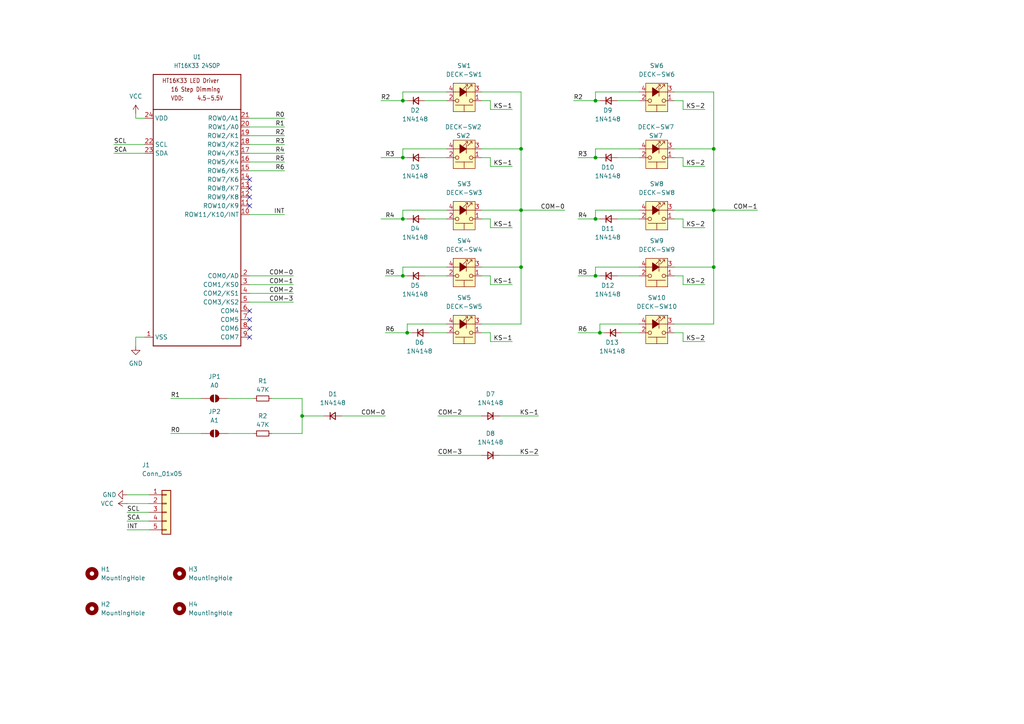
<source format=kicad_sch>
(kicad_sch (version 20231120) (generator "eeschema") (generator_version "8.0")
  (paper "A4")
  (lib_symbols
    (symbol "Connector_Generic:Conn_01x05" (pin_names (offset 1.016) hide)
      (property "Reference" "J" (at 0 7.62 0))
      (property "Value" "Conn_01x05" (at 0 -7.62 0))
      (symbol "Conn_01x05_1_1"
        (rectangle (start -1.27 -4.953) (end 0 -5.207) (stroke (width 0.1524)))
        (rectangle (start -1.27 -2.413) (end 0 -2.667) (stroke (width 0.1524)))
        (rectangle (start -1.27 0.127) (end 0 -0.127) (stroke (width 0.1524)))
        (rectangle (start -1.27 2.667) (end 0 2.413) (stroke (width 0.1524)))
        (rectangle (start -1.27 5.207) (end 0 4.953) (stroke (width 0.1524)))
        (rectangle (start -1.27 6.35) (end 1.27 -6.35) (stroke (width 0.254)) (fill (type background)))
        (pin passive line (at -5.08 5.08 0) (length 3.81) (name "Pin_1") (number "1"))
        (pin passive line (at -5.08 2.54 0) (length 3.81) (name "Pin_2") (number "2"))
        (pin passive line (at -5.08 0 0) (length 3.81) (name "Pin_3") (number "3"))
        (pin passive line (at -5.08 -2.54 0) (length 3.81) (name "Pin_4") (number "4"))
        (pin passive line (at -5.08 -5.08 0) (length 3.81) (name "Pin_5") (number "5"))
      )
    )
    (symbol "Device:D_Small" (pin_numbers hide) (pin_names (offset 0.254) hide)
      (property "Reference" "D" (at -1.27 2.032 0))
      (property "Value" "D_Small" (at -3.81 -2.032 0))
      (symbol "D_Small_0_1"
        (polyline (pts (xy -0.762 -1.016) (xy -0.762 1.016)) (stroke (width 0.254)))
        (polyline (pts (xy -0.762 0) (xy 0.762 0)))
        (polyline (pts (xy 0.762 -1.016) (xy -0.762 0) (xy 0.762 1.016) (xy 0.762 -1.016)) (stroke (width 0.254)))
      )
      (symbol "D_Small_1_1"
        (pin passive line (at -2.54 0 0) (length 1.778) (name "K") (number "1"))
        (pin passive line (at 2.54 0 180) (length 1.778) (name "A") (number "2"))
      )
    )
    (symbol "Device:R_Small" (pin_numbers hide) (pin_names (offset 0.254) hide)
      (property "Reference" "R" (at 0.762 0.508 0))
      (property "Value" "R_Small" (at 0.762 -1.016 0))
      (symbol "R_Small_0_1"
        (rectangle (start -0.762 1.778) (end 0.762 -1.778) (stroke (width 0.2032)))
      )
      (symbol "R_Small_1_1"
        (pin passive line (at 0 2.54 270) (length 0.762) (name "~") (number "1"))
        (pin passive line (at 0 -2.54 90) (length 0.762) (name "~") (number "2"))
      )
    )
    (symbol "Jumper:SolderJumper_2_Open" (pin_numbers hide) (pin_names (offset 0) hide) (exclude_from_sim yes) (in_bom no)
      (property "Reference" "JP" (at 0 2.032 0))
      (property "Value" "SolderJumper_2_Open" (at 0 -2.54 0))
      (symbol "SolderJumper_2_Open_0_1"
        (arc (start -0.254 1.016) (mid -1.2656 0) (end -0.254 -1.016))
        (arc (start -0.254 1.016) (mid -1.2656 0) (end -0.254 -1.016) (fill (type outline)))
        (polyline (pts (xy -0.254 1.016) (xy -0.254 -1.016)))
        (polyline (pts (xy 0.254 1.016) (xy 0.254 -1.016)))
        (arc (start 0.254 -1.016) (mid 1.2656 0) (end 0.254 1.016))
        (arc (start 0.254 -1.016) (mid 1.2656 0) (end 0.254 1.016) (fill (type outline)))
      )
      (symbol "SolderJumper_2_Open_1_1"
        (pin passive line (at -3.81 0 0) (length 2.54) (name "A") (number "1"))
        (pin passive line (at 3.81 0 180) (length 2.54) (name "B") (number "2"))
      )
    )
    (symbol "Mechanical:MountingHole" (pin_names (offset 1.016)) (exclude_from_sim yes) (in_bom no)
      (property "Reference" "H" (at 0 5.08 0))
      (property "Value" "MountingHole" (at 0 3.175 0))
      (symbol "MountingHole_0_1"
        (circle (center 0 0) (radius 1.27) (stroke (width 1.27)))
      )
    )
    (symbol "Switch:SW_Push_LED" (pin_names (offset 1.016) hide)
      (property "Reference" "SW" (at 0 7.62 0))
      (property "Value" "SW_Push_LED" (at 0 -3.81 0))
      (symbol "SW_Push_LED_0_0"
        (polyline (pts (xy -2.54 0) (xy 2.54 0)))
        (polyline (pts (xy -2.286 -2.159) (xy -1.016 -0.889)))
        (polyline (pts (xy -1.016 -2.159) (xy 0.254 -0.889)))
        (polyline (pts (xy -0.635 1.27) (xy -0.635 -1.27)))
        (polyline (pts (xy -2.286 -1.524) (xy -2.286 -2.159) (xy -1.651 -2.159)))
        (polyline (pts (xy -1.016 -1.524) (xy -1.016 -2.159) (xy -0.381 -2.159)))
        (polyline (pts (xy -0.635 0) (xy 1.27 1.27) (xy 1.27 -1.27) (xy -0.635 0)) (fill (type outline)))
      )
      (symbol "SW_Push_LED_0_1"
        (circle (center -2.032 2.54) (radius 0.508))
        (polyline (pts (xy 0 3.81) (xy 0 5.588)))
        (polyline (pts (xy 2.54 3.81) (xy -2.54 3.81)))
        (circle (center 2.032 2.54) (radius 0.508))
        (pin passive line (at -5.08 2.54 0) (length 2.54) (name "1") (number "1"))
        (pin passive line (at 5.08 2.54 180) (length 2.54) (name "2") (number "2"))
        (pin passive line (at -5.08 0 0) (length 2.54) (name "K") (number "3"))
        (pin passive line (at 5.08 0 180) (length 2.54) (name "A") (number "4"))
      )
      (symbol "SW_Push_LED_1_1"
        (rectangle (start -3.175 5.715) (end 3.175 -2.54) (fill (type background)))
      )
    )
    (symbol "ht16k33_sop28:HT16K33_SOP24"
      (property "Reference" "U1" (at -12.7 40.64 0))
      (property "Value" "HT16K33 24SOP" (at -12.7 -43.18 0))
      (symbol "HT16K33_SOP24_1_0"
        (polyline (pts (xy -12.7 -40.64) (xy -12.7 27.94)) (stroke (width 0.254)))
        (polyline (pts (xy -12.7 27.94) (xy -12.7 38.1)) (stroke (width 0.254)))
        (polyline (pts (xy -12.7 27.94) (xy 12.7 27.94)) (stroke (width 0.254)))
        (polyline (pts (xy -12.7 38.1) (xy 12.7 38.1)) (stroke (width 0.254)))
        (polyline (pts (xy 12.7 -40.64) (xy -12.7 -40.64)) (stroke (width 0.254)))
        (polyline (pts (xy 12.7 38.1) (xy 12.7 -40.64)) (stroke (width 0.254)))
        (text "16 Step Dimming" (at -7.62 33.02 0) (effects (font (size 1.27 1.0795)) (justify left bottom)))
        (text "4.5-5.5V" (at 0 30.48 0) (effects (font (size 1.27 1.0795)) (justify left bottom)))
        (text "HT16K33 LED Driver" (at -10.16 35.56 0) (effects (font (size 1.27 1.0795)) (justify left bottom)))
        (text "VDD:" (at -7.62 30.48 0) (effects (font (size 1.27 1.0795)) (justify left bottom)))
        (pin bidirectional line (at -15.24 -38.1 0) (length 2.54) (name "VSS") (number "1"))
        (pin bidirectional line (at 15.24 -2.54 180) (length 2.54) (name "ROW11/K10/INT") (number "10"))
        (pin bidirectional line (at 15.24 0 180) (length 2.54) (name "ROW10/K9") (number "11"))
        (pin bidirectional line (at 15.24 2.54 180) (length 2.54) (name "ROW9/K8") (number "12"))
        (pin bidirectional line (at 15.24 5.08 180) (length 2.54) (name "ROW8/K7") (number "13"))
        (pin bidirectional line (at 15.24 7.62 180) (length 2.54) (name "ROW7/K6") (number "14"))
        (pin bidirectional line (at 15.24 10.16 180) (length 2.54) (name "ROW6/K5") (number "15"))
        (pin bidirectional line (at 15.24 12.7 180) (length 2.54) (name "ROW5/K4") (number "16"))
        (pin bidirectional line (at 15.24 15.24 180) (length 2.54) (name "ROW4/K3") (number "17"))
        (pin bidirectional line (at 15.24 17.78 180) (length 2.54) (name "ROW3/K2") (number "18"))
        (pin bidirectional line (at 15.24 20.32 180) (length 2.54) (name "ROW2/K1") (number "19"))
        (pin bidirectional line (at 15.24 -20.32 180) (length 2.54) (name "COM0/AD") (number "2"))
        (pin bidirectional line (at 15.24 22.86 180) (length 2.54) (name "ROW1/A0") (number "20"))
        (pin bidirectional line (at 15.24 25.4 180) (length 2.54) (name "ROW0/A1") (number "21"))
        (pin bidirectional line (at -15.24 17.78 0) (length 2.54) (name "SCL") (number "22"))
        (pin bidirectional line (at -15.24 15.24 0) (length 2.54) (name "SDA") (number "23"))
        (pin bidirectional line (at -15.24 25.4 0) (length 2.54) (name "VDD") (number "24"))
        (pin bidirectional line (at 15.24 -22.86 180) (length 2.54) (name "COM1/KS0") (number "3"))
        (pin bidirectional line (at 15.24 -25.4 180) (length 2.54) (name "COM2/KS1") (number "4"))
        (pin bidirectional line (at 15.24 -27.94 180) (length 2.54) (name "COM3/KS2") (number "5"))
        (pin bidirectional line (at 15.24 -30.48 180) (length 2.54) (name "COM4") (number "6"))
        (pin bidirectional line (at 15.24 -33.02 180) (length 2.54) (name "COM5") (number "7"))
        (pin bidirectional line (at 15.24 -35.56 180) (length 2.54) (name "COM6") (number "8"))
        (pin bidirectional line (at 15.24 -38.1 180) (length 2.54) (name "COM7") (number "9"))
      )
    )
    (symbol "power:GND" (power) (pin_numbers hide) (pin_names (offset 0) hide)
      (property "Value" "GND" (at 0 -3.81 0))
      (symbol "GND_0_1"
        (polyline (pts (xy 0 0) (xy 0 -1.27) (xy 1.27 -1.27) (xy 0 -2.54) (xy -1.27 -1.27) (xy 0 -1.27)))
      )
      (symbol "GND_1_1"
        (pin power_in line (at 0 0 270) (length 0) (name "~") (number "1"))
      )
    )
    (symbol "power:VCC" (power) (pin_numbers hide) (pin_names (offset 0) hide)
      (property "Value" "VCC" (at 0 3.556 0))
      (symbol "VCC_0_1"
        (polyline (pts (xy -0.762 1.27) (xy 0 2.54)))
        (polyline (pts (xy 0 0) (xy 0 2.54)))
        (polyline (pts (xy 0 2.54) (xy 0.762 1.27)))
      )
      (symbol "VCC_1_1"
        (pin power_in line (at 0 0 90) (length 0) (name "~") (number "1"))
      )
    )
  )
  (junction (at 116.84 29.21))
  (junction (at 151.13 77.47))
  (junction (at 207.01 43.18))
  (junction (at 173.99 96.52))
  (junction (at 118.11 96.52))
  (junction (at 172.72 63.5))
  (junction (at 151.13 43.18))
  (junction (at 172.72 80.01))
  (junction (at 172.72 45.72))
  (junction (at 116.84 80.01))
  (junction (at 151.13 60.96))
  (junction (at 172.72 29.21))
  (junction (at 116.84 45.72))
  (junction (at 207.01 77.47))
  (junction (at 87.63 120.65))
  (junction (at 207.01 60.96))
  (junction (at 116.84 63.5))
  (no_connect (at 72.39 57.15))
  (no_connect (at 72.39 59.69))
  (no_connect (at 72.39 52.07))
  (no_connect (at 72.39 90.17))
  (no_connect (at 72.39 54.61))
  (no_connect (at 72.39 95.25))
  (no_connect (at 72.39 97.79))
  (no_connect (at 72.39 92.71))
  (wire (pts (xy 139.7 26.67) (xy 151.13 26.67)))
  (wire (pts (xy 72.39 49.53) (xy 82.55 49.53)))
  (wire (pts (xy 124.46 96.52) (xy 129.54 96.52)))
  (wire (pts (xy 151.13 93.98) (xy 151.13 77.47)))
  (wire (pts (xy 173.99 96.52) (xy 175.26 96.52)))
  (wire (pts (xy 198.12 63.5) (xy 198.12 66.04)))
  (wire (pts (xy 110.49 45.72) (xy 116.84 45.72)))
  (wire (pts (xy 139.7 132.08) (xy 127 132.08)))
  (wire (pts (xy 116.84 45.72) (xy 118.11 45.72)))
  (wire (pts (xy 116.84 63.5) (xy 118.11 63.5)))
  (wire (pts (xy 207.01 93.98) (xy 207.01 77.47)))
  (wire (pts (xy 144.78 120.65) (xy 156.21 120.65)))
  (wire (pts (xy 167.64 45.72) (xy 172.72 45.72)))
  (wire (pts (xy 207.01 43.18) (xy 207.01 60.96)))
  (wire (pts (xy 195.58 80.01) (xy 198.12 80.01)))
  (wire (pts (xy 116.84 60.96) (xy 129.54 60.96)))
  (wire (pts (xy 139.7 63.5) (xy 142.24 63.5)))
  (wire (pts (xy 123.19 29.21) (xy 129.54 29.21)))
  (wire (pts (xy 116.84 77.47) (xy 116.84 80.01)))
  (wire (pts (xy 116.84 80.01) (xy 118.11 80.01)))
  (wire (pts (xy 72.39 87.63) (xy 85.09 87.63)))
  (wire (pts (xy 172.72 45.72) (xy 173.99 45.72)))
  (wire (pts (xy 72.39 44.45) (xy 82.55 44.45)))
  (wire (pts (xy 207.01 77.47) (xy 195.58 77.47)))
  (wire (pts (xy 172.72 26.67) (xy 172.72 29.21)))
  (wire (pts (xy 33.02 41.91) (xy 41.91 41.91)))
  (wire (pts (xy 72.39 36.83) (xy 82.55 36.83)))
  (wire (pts (xy 207.01 60.96) (xy 219.71 60.96)))
  (wire (pts (xy 139.7 93.98) (xy 151.13 93.98)))
  (wire (pts (xy 87.63 120.65) (xy 93.98 120.65)))
  (wire (pts (xy 72.39 82.55) (xy 85.09 82.55)))
  (wire (pts (xy 142.24 80.01) (xy 142.24 82.55)))
  (wire (pts (xy 142.24 66.04) (xy 148.59 66.04)))
  (wire (pts (xy 179.07 80.01) (xy 185.42 80.01)))
  (wire (pts (xy 36.83 151.13) (xy 43.18 151.13)))
  (wire (pts (xy 172.72 77.47) (xy 185.42 77.47)))
  (wire (pts (xy 195.58 45.72) (xy 198.12 45.72)))
  (wire (pts (xy 172.72 63.5) (xy 173.99 63.5)))
  (wire (pts (xy 198.12 45.72) (xy 198.12 48.26)))
  (wire (pts (xy 36.83 153.67) (xy 43.18 153.67)))
  (wire (pts (xy 151.13 60.96) (xy 163.83 60.96)))
  (wire (pts (xy 151.13 60.96) (xy 151.13 77.47)))
  (wire (pts (xy 172.72 80.01) (xy 173.99 80.01)))
  (wire (pts (xy 173.99 93.98) (xy 173.99 96.52)))
  (wire (pts (xy 111.76 80.01) (xy 116.84 80.01)))
  (wire (pts (xy 72.39 39.37) (xy 82.55 39.37)))
  (wire (pts (xy 116.84 29.21) (xy 118.11 29.21)))
  (wire (pts (xy 172.72 60.96) (xy 172.72 63.5)))
  (wire (pts (xy 172.72 43.18) (xy 185.42 43.18)))
  (wire (pts (xy 66.04 125.73) (xy 73.66 125.73)))
  (wire (pts (xy 173.99 93.98) (xy 185.42 93.98)))
  (wire (pts (xy 198.12 82.55) (xy 204.47 82.55)))
  (wire (pts (xy 172.72 77.47) (xy 172.72 80.01)))
  (wire (pts (xy 139.7 45.72) (xy 142.24 45.72)))
  (wire (pts (xy 151.13 43.18) (xy 151.13 60.96)))
  (wire (pts (xy 167.64 80.01) (xy 172.72 80.01)))
  (wire (pts (xy 72.39 85.09) (xy 85.09 85.09)))
  (wire (pts (xy 139.7 29.21) (xy 142.24 29.21)))
  (wire (pts (xy 123.19 45.72) (xy 129.54 45.72)))
  (wire (pts (xy 36.83 143.51) (xy 43.18 143.51)))
  (wire (pts (xy 179.07 29.21) (xy 185.42 29.21)))
  (wire (pts (xy 172.72 60.96) (xy 185.42 60.96)))
  (wire (pts (xy 87.63 120.65) (xy 87.63 125.73)))
  (wire (pts (xy 36.83 148.59) (xy 43.18 148.59)))
  (wire (pts (xy 172.72 29.21) (xy 173.99 29.21)))
  (wire (pts (xy 116.84 26.67) (xy 129.54 26.67)))
  (wire (pts (xy 123.19 80.01) (xy 129.54 80.01)))
  (wire (pts (xy 110.49 29.21) (xy 116.84 29.21)))
  (wire (pts (xy 198.12 29.21) (xy 198.12 31.75)))
  (wire (pts (xy 66.04 115.57) (xy 73.66 115.57)))
  (wire (pts (xy 198.12 80.01) (xy 198.12 82.55)))
  (wire (pts (xy 39.37 33.02) (xy 39.37 34.29)))
  (wire (pts (xy 139.7 60.96) (xy 151.13 60.96)))
  (wire (pts (xy 36.83 146.05) (xy 43.18 146.05)))
  (wire (pts (xy 116.84 60.96) (xy 116.84 63.5)))
  (wire (pts (xy 139.7 43.18) (xy 151.13 43.18)))
  (wire (pts (xy 78.74 115.57) (xy 87.63 115.57)))
  (wire (pts (xy 139.7 96.52) (xy 142.24 96.52)))
  (wire (pts (xy 87.63 125.73) (xy 78.74 125.73)))
  (wire (pts (xy 39.37 34.29) (xy 41.91 34.29)))
  (wire (pts (xy 139.7 120.65) (xy 127 120.65)))
  (wire (pts (xy 118.11 93.98) (xy 118.11 96.52)))
  (wire (pts (xy 41.91 97.79) (xy 39.37 97.79)))
  (wire (pts (xy 198.12 96.52) (xy 198.12 99.06)))
  (wire (pts (xy 99.06 120.65) (xy 111.76 120.65)))
  (wire (pts (xy 72.39 34.29) (xy 82.55 34.29)))
  (wire (pts (xy 116.84 43.18) (xy 129.54 43.18)))
  (wire (pts (xy 195.58 26.67) (xy 207.01 26.67)))
  (wire (pts (xy 195.58 60.96) (xy 207.01 60.96)))
  (wire (pts (xy 118.11 93.98) (xy 129.54 93.98)))
  (wire (pts (xy 72.39 62.23) (xy 82.55 62.23)))
  (wire (pts (xy 139.7 80.01) (xy 142.24 80.01)))
  (wire (pts (xy 142.24 29.21) (xy 142.24 31.75)))
  (wire (pts (xy 151.13 77.47) (xy 139.7 77.47)))
  (wire (pts (xy 142.24 48.26) (xy 148.59 48.26)))
  (wire (pts (xy 195.58 43.18) (xy 207.01 43.18)))
  (wire (pts (xy 167.64 96.52) (xy 173.99 96.52)))
  (wire (pts (xy 118.11 96.52) (xy 119.38 96.52)))
  (wire (pts (xy 180.34 96.52) (xy 185.42 96.52)))
  (wire (pts (xy 198.12 99.06) (xy 204.47 99.06)))
  (wire (pts (xy 151.13 26.67) (xy 151.13 43.18)))
  (wire (pts (xy 172.72 26.67) (xy 185.42 26.67)))
  (wire (pts (xy 195.58 63.5) (xy 198.12 63.5)))
  (wire (pts (xy 195.58 96.52) (xy 198.12 96.52)))
  (wire (pts (xy 123.19 63.5) (xy 129.54 63.5)))
  (wire (pts (xy 142.24 45.72) (xy 142.24 48.26)))
  (wire (pts (xy 49.53 115.57) (xy 58.42 115.57)))
  (wire (pts (xy 142.24 99.06) (xy 148.59 99.06)))
  (wire (pts (xy 87.63 115.57) (xy 87.63 120.65)))
  (wire (pts (xy 72.39 41.91) (xy 82.55 41.91)))
  (wire (pts (xy 172.72 43.18) (xy 172.72 45.72)))
  (wire (pts (xy 142.24 82.55) (xy 148.59 82.55)))
  (wire (pts (xy 116.84 26.67) (xy 116.84 29.21)))
  (wire (pts (xy 167.64 63.5) (xy 172.72 63.5)))
  (wire (pts (xy 142.24 31.75) (xy 148.59 31.75)))
  (wire (pts (xy 198.12 48.26) (xy 204.47 48.26)))
  (wire (pts (xy 72.39 46.99) (xy 82.55 46.99)))
  (wire (pts (xy 179.07 45.72) (xy 185.42 45.72)))
  (wire (pts (xy 207.01 26.67) (xy 207.01 43.18)))
  (wire (pts (xy 195.58 93.98) (xy 207.01 93.98)))
  (wire (pts (xy 142.24 63.5) (xy 142.24 66.04)))
  (wire (pts (xy 195.58 29.21) (xy 198.12 29.21)))
  (wire (pts (xy 142.24 96.52) (xy 142.24 99.06)))
  (wire (pts (xy 111.76 96.52) (xy 118.11 96.52)))
  (wire (pts (xy 116.84 43.18) (xy 116.84 45.72)))
  (wire (pts (xy 207.01 60.96) (xy 207.01 77.47)))
  (wire (pts (xy 198.12 66.04) (xy 204.47 66.04)))
  (wire (pts (xy 179.07 63.5) (xy 185.42 63.5)))
  (wire (pts (xy 116.84 77.47) (xy 129.54 77.47)))
  (wire (pts (xy 58.42 125.73) (xy 49.53 125.73)))
  (wire (pts (xy 166.37 29.21) (xy 172.72 29.21)))
  (wire (pts (xy 72.39 80.01) (xy 85.09 80.01)))
  (wire (pts (xy 198.12 31.75) (xy 204.47 31.75)))
  (wire (pts (xy 144.78 132.08) (xy 156.21 132.08)))
  (wire (pts (xy 33.02 44.45) (xy 41.91 44.45)))
  (wire (pts (xy 110.49 63.5) (xy 116.84 63.5)))
  (wire (pts (xy 39.37 97.79) (xy 39.37 100.33)))
  (label "R3" (at 167.64 45.72 0))
  (label "R3" (at 82.55 41.91 180))
  (label "R6" (at 111.76 96.52 0))
  (label "KS-1" (at 148.59 82.55 180))
  (label "SCL" (at 36.83 148.59 0))
  (label "COM-1" (at 85.09 82.55 180))
  (label "R3" (at 111.76 45.72 0))
  (label "COM-0" (at 111.76 120.65 180))
  (label "COM-0" (at 85.09 80.01 180))
  (label "R0" (at 49.53 125.73 0))
  (label "R4" (at 167.64 63.5 0))
  (label "INT" (at 36.83 153.67 0))
  (label "COM-3" (at 85.09 87.63 180))
  (label "R1" (at 49.53 115.57 0))
  (label "KS-1" (at 148.59 48.26 180))
  (label "R0" (at 82.55 34.29 180))
  (label "R5" (at 111.76 80.01 0))
  (label "KS-2" (at 204.47 66.04 180))
  (label "KS-1" (at 148.59 31.75 180))
  (label "KS-1" (at 148.59 99.06 180))
  (label "KS-2" (at 204.47 82.55 180))
  (label "COM-3" (at 127 132.08 0))
  (label "COM-2" (at 85.09 85.09 180))
  (label "R4" (at 82.55 44.45 180))
  (label "R5" (at 82.55 46.99 180))
  (label "KS-2" (at 204.47 48.26 180))
  (label "R5" (at 167.64 80.01 0))
  (label "KS-1" (at 148.59 66.04 180))
  (label "SCA" (at 36.83 151.13 0))
  (label "R4" (at 111.76 63.5 0))
  (label "R6" (at 82.55 49.53 180))
  (label "R1" (at 82.55 36.83 180))
  (label "KS-2" (at 204.47 31.75 180))
  (label "R2" (at 110.49 29.21 0))
  (label "COM-2" (at 127 120.65 0))
  (label "INT" (at 82.55 62.23 180))
  (label "SCA" (at 33.02 44.45 0))
  (label "R2" (at 82.55 39.37 180))
  (label "R6" (at 167.64 96.52 0))
  (label "KS-2" (at 156.21 132.08 180))
  (label "R2" (at 166.37 29.21 0))
  (label "COM-1" (at 219.71 60.96 180))
  (label "KS-1" (at 156.21 120.65 180))
  (label "KS-2" (at 204.47 99.06 180))
  (label "SCL" (at 33.02 41.91 0))
  (label "COM-0" (at 163.83 60.96 180))
  (symbol (lib_id "power:GND") (at 36.83 143.51 270) (mirror x) (unit 1)
    (property "Reference" "#PWR01" (effects (hide yes)))
    (property "Value" "GND" (at 31.75 143.51 90))
    (property "Description" "Power symbol creates a global label with name \"GND\" , ground" (effects (hide yes)))
  )
  (symbol (lib_id "Switch:SW_Push_LED") (at 134.62 60.96 180) (unit 1)
    (property "Reference" "SW3" (at 134.62 53.34 0))
    (property "Value" "DECK-SW3" (at 134.62 55.88 0))
    (property "Footprint" "led-sw:led switch" (effects (hide yes)))
    (property "Description" "Push button switch with LED, generic" (effects (hide yes)))
  )
  (symbol (lib_id "ht16k33_sop28:HT16K33_SOP24") (at 57.15 59.69 0) (unit 1)
    (property "Reference" "U1" (at 57.15 16.51 0) (effects (font (size 1.27 1.0795))))
    (property "Value" "HT16K33 24SOP" (at 57.15 19.05 0) (effects (font (size 1.27 1.0795))))
    (property "Footprint" "Package_SO:SSOP-24_5.3x8.2mm_P0.65mm" (effects (hide yes)))
  )
  (symbol (lib_id "Mechanical:MountingHole") (at 52.07 166.37 0) (unit 1) (exclude_from_sim yes) (in_bom no)
    (property "Reference" "H3" (at 54.61 165.0999 0) (effects (justify left)))
    (property "Value" "MountingHole" (at 54.61 167.6399 0) (effects (justify left)))
    (property "Footprint" "MountingHole:MountingHole_3.2mm_M3" (effects (hide yes)))
    (property "Description" "Mounting Hole without connection" (effects (hide yes)))
  )
  (symbol (lib_id "power:GND") (at 39.37 100.33 0) (mirror y) (unit 1)
    (property "Reference" "#PWR04" (effects (hide yes)))
    (property "Value" "GND" (at 39.37 105.41 0))
    (property "Description" "Power symbol creates a global label with name \"GND\" , ground" (effects (hide yes)))
  )
  (symbol (lib_id "Device:D_Small") (at 176.53 80.01 0) (unit 1)
    (property "Reference" "D12" (at 176.276 82.804 0))
    (property "Value" "1N4148" (at 176.276 85.344 0))
    (property "Footprint" "Diode_SMD:D_SOD-123" (effects (hide yes)))
    (property "Description" "Diode, small symbol" (effects (hide yes)))
    (property "Sim.Device" "D" (effects (hide yes)))
    (property "Sim.Pins" "1=K 2=A" (effects (hide yes)))
  )
  (symbol (lib_id "Device:D_Small") (at 176.53 29.21 0) (unit 1)
    (property "Reference" "D9" (at 176.276 32.004 0))
    (property "Value" "1N4148" (at 176.276 34.544 0))
    (property "Footprint" "Diode_SMD:D_SOD-123" (effects (hide yes)))
    (property "Description" "Diode, small symbol" (effects (hide yes)))
    (property "Sim.Device" "D" (effects (hide yes)))
    (property "Sim.Pins" "1=K 2=A" (effects (hide yes)))
  )
  (symbol (lib_id "Device:R_Small") (at 76.2 115.57 90) (unit 1)
    (property "Reference" "R1" (at 76.2 110.49 90))
    (property "Value" "47K" (at 76.2 113.03 90))
    (property "Footprint" "Resistor_SMD:R_0805_2012Metric_Pad1.20x1.40mm_HandSolder" (effects (hide yes)))
    (property "Description" "Resistor, small symbol" (effects (hide yes)))
  )
  (symbol (lib_id "Switch:SW_Push_LED") (at 134.62 77.47 180) (unit 1)
    (property "Reference" "SW4" (at 134.62 69.85 0))
    (property "Value" "DECK-SW4" (at 134.62 72.39 0))
    (property "Footprint" "led-sw:led switch" (effects (hide yes)))
    (property "Description" "Push button switch with LED, generic" (effects (hide yes)))
  )
  (symbol (lib_id "Device:D_Small") (at 142.24 132.08 0) (mirror y) (unit 1)
    (property "Reference" "D8" (at 142.24 125.73 0))
    (property "Value" "1N4148" (at 142.24 128.27 0))
    (property "Footprint" "Diode_SMD:D_SOD-123" (effects (hide yes)))
    (property "Description" "Diode, small symbol" (effects (hide yes)))
    (property "Sim.Device" "D" (effects (hide yes)))
    (property "Sim.Pins" "1=K 2=A" (effects (hide yes)))
  )
  (symbol (lib_id "Device:D_Small") (at 120.65 45.72 0) (unit 1)
    (property "Reference" "D3" (at 120.396 48.514 0))
    (property "Value" "1N4148" (at 120.396 51.054 0))
    (property "Footprint" "Diode_SMD:D_SOD-123" (effects (hide yes)))
    (property "Description" "Diode, small symbol" (effects (hide yes)))
    (property "Sim.Device" "D" (effects (hide yes)))
    (property "Sim.Pins" "1=K 2=A" (effects (hide yes)))
  )
  (symbol (lib_id "Mechanical:MountingHole") (at 52.07 176.53 0) (unit 1) (exclude_from_sim yes) (in_bom no)
    (property "Reference" "H4" (at 54.61 175.2599 0) (effects (justify left)))
    (property "Value" "MountingHole" (at 54.61 177.7999 0) (effects (justify left)))
    (property "Footprint" "MountingHole:MountingHole_3.2mm_M3" (effects (hide yes)))
    (property "Description" "Mounting Hole without connection" (effects (hide yes)))
  )
  (symbol (lib_id "power:VCC") (at 39.37 33.02 0) (unit 1)
    (property "Reference" "#PWR03" (effects (hide yes)))
    (property "Value" "VCC" (at 39.37 27.94 0))
    (property "Description" "Power symbol creates a global label with name \"VCC\"" (effects (hide yes)))
  )
  (symbol (lib_id "Device:R_Small") (at 76.2 125.73 90) (unit 1)
    (property "Reference" "R2" (at 76.2 120.65 90))
    (property "Value" "47K" (at 76.2 123.19 90))
    (property "Footprint" "Resistor_SMD:R_0805_2012Metric_Pad1.20x1.40mm_HandSolder" (effects (hide yes)))
    (property "Description" "Resistor, small symbol" (effects (hide yes)))
  )
  (symbol (lib_id "power:VCC") (at 36.83 146.05 90) (unit 1)
    (property "Reference" "#PWR02" (effects (hide yes)))
    (property "Value" "VCC" (at 33.02 146.0499 90) (effects (justify left)))
    (property "Description" "Power symbol creates a global label with name \"VCC\"" (effects (hide yes)))
  )
  (symbol (lib_id "Device:D_Small") (at 121.92 96.52 0) (unit 1)
    (property "Reference" "D6" (at 121.666 99.314 0))
    (property "Value" "1N4148" (at 121.666 101.854 0))
    (property "Footprint" "Diode_SMD:D_SOD-123" (effects (hide yes)))
    (property "Description" "Diode, small symbol" (effects (hide yes)))
    (property "Sim.Device" "D" (effects (hide yes)))
    (property "Sim.Pins" "1=K 2=A" (effects (hide yes)))
  )
  (symbol (lib_id "Device:D_Small") (at 142.24 120.65 0) (mirror y) (unit 1)
    (property "Reference" "D7" (at 142.24 114.3 0))
    (property "Value" "1N4148" (at 142.24 116.84 0))
    (property "Footprint" "Diode_SMD:D_SOD-123" (effects (hide yes)))
    (property "Description" "Diode, small symbol" (effects (hide yes)))
    (property "Sim.Device" "D" (effects (hide yes)))
    (property "Sim.Pins" "1=K 2=A" (effects (hide yes)))
  )
  (symbol (lib_id "Device:D_Small") (at 96.52 120.65 0) (unit 1)
    (property "Reference" "D1" (at 96.52 114.3 0))
    (property "Value" "1N4148" (at 96.52 116.84 0))
    (property "Footprint" "Diode_SMD:D_SOD-123" (effects (hide yes)))
    (property "Description" "Diode, small symbol" (effects (hide yes)))
    (property "Sim.Device" "D" (effects (hide yes)))
    (property "Sim.Pins" "1=K 2=A" (effects (hide yes)))
  )
  (symbol (lib_id "Switch:SW_Push_LED") (at 190.5 93.98 180) (unit 1)
    (property "Reference" "SW10" (at 190.5 86.36 0))
    (property "Value" "DECK-SW10" (at 190.5 88.9 0))
    (property "Footprint" "led-sw:led switch" (effects (hide yes)))
    (property "Description" "Push button switch with LED, generic" (effects (hide yes)))
  )
  (symbol (lib_id "Device:D_Small") (at 120.65 80.01 0) (unit 1)
    (property "Reference" "D5" (at 120.396 82.804 0))
    (property "Value" "1N4148" (at 120.396 85.344 0))
    (property "Footprint" "Diode_SMD:D_SOD-123" (effects (hide yes)))
    (property "Description" "Diode, small symbol" (effects (hide yes)))
    (property "Sim.Device" "D" (effects (hide yes)))
    (property "Sim.Pins" "1=K 2=A" (effects (hide yes)))
  )
  (symbol (lib_id "Switch:SW_Push_LED") (at 190.5 60.96 180) (unit 1)
    (property "Reference" "SW8" (at 190.5 53.34 0))
    (property "Value" "DECK-SW8" (at 190.5 55.88 0))
    (property "Footprint" "led-sw:led switch" (effects (hide yes)))
    (property "Description" "Push button switch with LED, generic" (effects (hide yes)))
  )
  (symbol (lib_id "Connector_Generic:Conn_01x05") (at 48.26 148.59 0) (unit 1)
    (property "Reference" "J1" (at 41.148 134.874 0) (effects (justify left)))
    (property "Value" "Conn_01x05" (at 41.148 137.414 0) (effects (justify left)))
    (property "Footprint" "led-sw:Hirose_DF13-05P-1.25DSA_1x05_P1.25mm_Vertical" (effects (hide yes)))
    (property "Description" "Generic connector, single row, 01x05, script generated (kicad-library-utils/schlib/autogen/connector/)" (effects (hide yes)))
  )
  (symbol (lib_id "Switch:SW_Push_LED") (at 134.62 93.98 180) (unit 1)
    (property "Reference" "SW5" (at 134.62 86.36 0))
    (property "Value" "DECK-SW5" (at 134.62 88.9 0))
    (property "Footprint" "led-sw:led switch" (effects (hide yes)))
    (property "Description" "Push button switch with LED, generic" (effects (hide yes)))
  )
  (symbol (lib_id "Device:D_Small") (at 120.65 63.5 0) (unit 1)
    (property "Reference" "D4" (at 120.396 66.294 0))
    (property "Value" "1N4148" (at 120.396 68.834 0))
    (property "Footprint" "Diode_SMD:D_SOD-123" (effects (hide yes)))
    (property "Description" "Diode, small symbol" (effects (hide yes)))
    (property "Sim.Device" "D" (effects (hide yes)))
    (property "Sim.Pins" "1=K 2=A" (effects (hide yes)))
  )
  (symbol (lib_id "Device:D_Small") (at 120.65 29.21 0) (unit 1)
    (property "Reference" "D2" (at 120.396 32.004 0))
    (property "Value" "1N4148" (at 120.396 34.544 0))
    (property "Footprint" "Diode_SMD:D_SOD-123" (effects (hide yes)))
    (property "Description" "Diode, small symbol" (effects (hide yes)))
    (property "Sim.Device" "D" (effects (hide yes)))
    (property "Sim.Pins" "1=K 2=A" (effects (hide yes)))
  )
  (symbol (lib_id "Switch:SW_Push_LED") (at 134.62 43.18 180) (unit 1)
    (property "Reference" "SW2" (at 134.366 39.37 0))
    (property "Value" "DECK-SW2" (at 134.366 36.83 0))
    (property "Footprint" "led-sw:led switch" (effects (hide yes)))
    (property "Description" "Push button switch with LED, generic" (effects (hide yes)))
  )
  (symbol (lib_id "Device:D_Small") (at 176.53 45.72 0) (unit 1)
    (property "Reference" "D10" (at 176.276 48.514 0))
    (property "Value" "1N4148" (at 176.276 51.054 0))
    (property "Footprint" "Diode_SMD:D_SOD-123" (effects (hide yes)))
    (property "Description" "Diode, small symbol" (effects (hide yes)))
    (property "Sim.Device" "D" (effects (hide yes)))
    (property "Sim.Pins" "1=K 2=A" (effects (hide yes)))
  )
  (symbol (lib_id "Mechanical:MountingHole") (at 26.67 166.37 0) (unit 1) (exclude_from_sim yes) (in_bom no)
    (property "Reference" "H1" (at 29.21 165.0999 0) (effects (justify left)))
    (property "Value" "MountingHole" (at 29.21 167.6399 0) (effects (justify left)))
    (property "Footprint" "MountingHole:MountingHole_3.2mm_M3" (effects (hide yes)))
    (property "Description" "Mounting Hole without connection" (effects (hide yes)))
  )
  (symbol (lib_id "Device:D_Small") (at 176.53 63.5 0) (unit 1)
    (property "Reference" "D11" (at 176.276 66.294 0))
    (property "Value" "1N4148" (at 176.276 68.834 0))
    (property "Footprint" "Diode_SMD:D_SOD-123" (effects (hide yes)))
    (property "Description" "Diode, small symbol" (effects (hide yes)))
    (property "Sim.Device" "D" (effects (hide yes)))
    (property "Sim.Pins" "1=K 2=A" (effects (hide yes)))
  )
  (symbol (lib_id "Switch:SW_Push_LED") (at 190.5 77.47 180) (unit 1)
    (property "Reference" "SW9" (at 190.5 69.85 0))
    (property "Value" "DECK-SW9" (at 190.5 72.39 0))
    (property "Footprint" "led-sw:led switch" (effects (hide yes)))
    (property "Description" "Push button switch with LED, generic" (effects (hide yes)))
  )
  (symbol (lib_id "Mechanical:MountingHole") (at 26.67 176.53 0) (unit 1) (exclude_from_sim yes) (in_bom no)
    (property "Reference" "H2" (at 29.21 175.2599 0) (effects (justify left)))
    (property "Value" "MountingHole" (at 29.21 177.7999 0) (effects (justify left)))
    (property "Footprint" "MountingHole:MountingHole_3.2mm_M3" (effects (hide yes)))
    (property "Description" "Mounting Hole without connection" (effects (hide yes)))
  )
  (symbol (lib_id "Jumper:SolderJumper_2_Open") (at 62.23 115.57 0) (unit 1) (exclude_from_sim yes) (in_bom no)
    (property "Reference" "JP1" (at 62.23 109.22 0))
    (property "Value" "A0" (at 62.23 111.76 0))
    (property "Footprint" "Jumper:SolderJumper-2_P1.3mm_Open_RoundedPad1.0x1.5mm" (effects (hide yes)))
    (property "Description" "Solder Jumper, 2-pole, open" (effects (hide yes)))
  )
  (symbol (lib_id "Device:D_Small") (at 177.8 96.52 0) (unit 1)
    (property "Reference" "D13" (at 177.546 99.314 0))
    (property "Value" "1N4148" (at 177.546 101.854 0))
    (property "Footprint" "Diode_SMD:D_SOD-123" (effects (hide yes)))
    (property "Description" "Diode, small symbol" (effects (hide yes)))
    (property "Sim.Device" "D" (effects (hide yes)))
    (property "Sim.Pins" "1=K 2=A" (effects (hide yes)))
  )
  (symbol (lib_id "Switch:SW_Push_LED") (at 190.5 43.18 180) (unit 1)
    (property "Reference" "SW7" (at 190.246 39.37 0))
    (property "Value" "DECK-SW7" (at 190.246 36.83 0))
    (property "Footprint" "led-sw:led switch" (effects (hide yes)))
    (property "Description" "Push button switch with LED, generic" (effects (hide yes)))
  )
  (symbol (lib_id "Switch:SW_Push_LED") (at 190.5 26.67 180) (unit 1)
    (property "Reference" "SW6" (at 190.5 19.05 0))
    (property "Value" "DECK-SW6" (at 190.5 21.59 0))
    (property "Footprint" "led-sw:led switch" (effects (hide yes)))
    (property "Description" "Push button switch with LED, generic" (effects (hide yes)))
  )
  (symbol (lib_id "Jumper:SolderJumper_2_Open") (at 62.23 125.73 0) (unit 1) (exclude_from_sim yes) (in_bom no)
    (property "Reference" "JP2" (at 62.23 119.38 0))
    (property "Value" "A1" (at 62.23 121.92 0))
    (property "Footprint" "Jumper:SolderJumper-2_P1.3mm_Open_RoundedPad1.0x1.5mm" (effects (hide yes)))
    (property "Description" "Solder Jumper, 2-pole, open" (effects (hide yes)))
  )
  (symbol (lib_id "Switch:SW_Push_LED") (at 134.62 26.67 180) (unit 1)
    (property "Reference" "SW1" (at 134.62 19.05 0))
    (property "Value" "DECK-SW1" (at 134.62 21.59 0))
    (property "Footprint" "led-sw:led switch" (effects (hide yes)))
    (property "Description" "Push button switch with LED, generic" (effects (hide yes)))
  )
)
</source>
